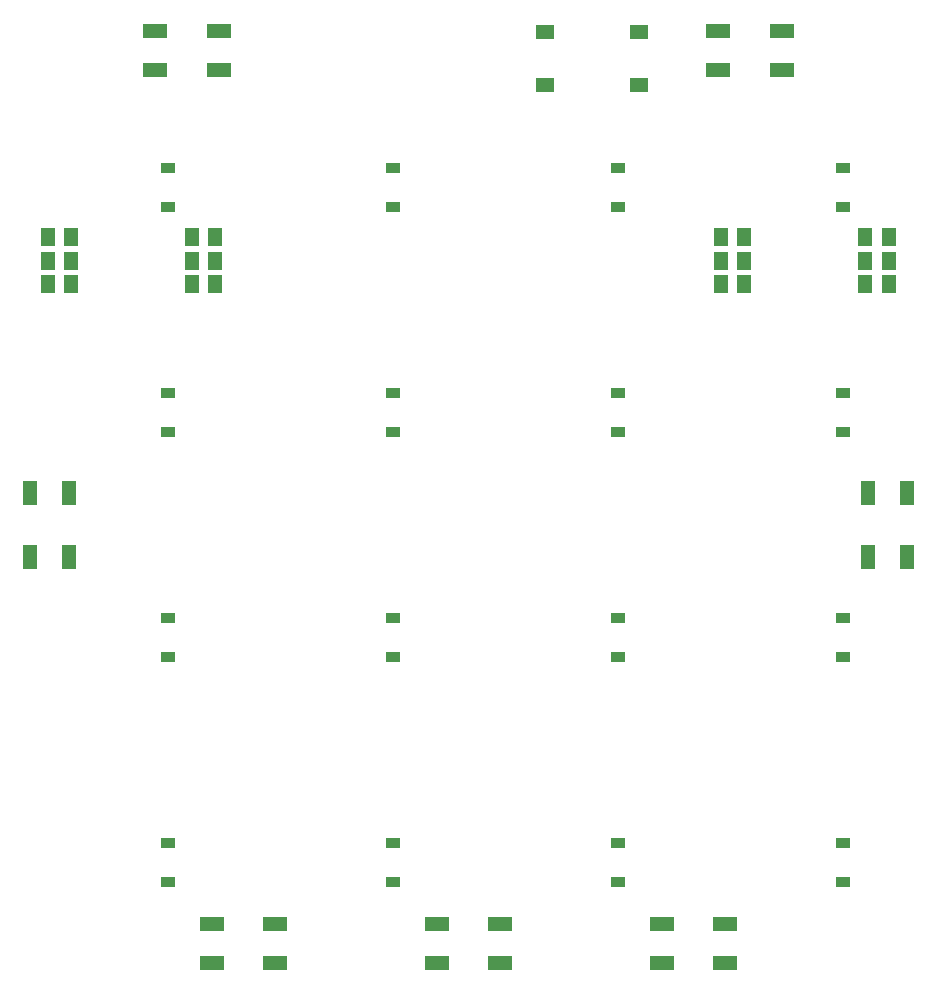
<source format=gbr>
G04 EAGLE Gerber RS-274X export*
G75*
%MOMM*%
%FSLAX34Y34*%
%LPD*%
%INSolderpaste Bottom*%
%IPPOS*%
%AMOC8*
5,1,8,0,0,1.08239X$1,22.5*%
G01*
%ADD10R,1.220000X0.910000*%
%ADD11R,1.300000X1.600000*%
%ADD12R,2.000000X1.250000*%
%ADD13R,1.250000X2.000000*%
%ADD14R,1.550000X1.300000*%


D10*
X222000Y745650D03*
X222000Y778350D03*
X412500Y745650D03*
X412500Y778350D03*
X603000Y745650D03*
X603000Y778350D03*
X793500Y745650D03*
X793500Y778350D03*
X222000Y555150D03*
X222000Y587850D03*
X412500Y555150D03*
X412500Y587850D03*
X603000Y555150D03*
X603000Y587850D03*
X793500Y555150D03*
X793500Y587850D03*
X222000Y364650D03*
X222000Y397350D03*
X412500Y364650D03*
X412500Y397350D03*
X603000Y364650D03*
X603000Y397350D03*
X793500Y364650D03*
X793500Y397350D03*
X222000Y174150D03*
X222000Y206850D03*
X412500Y174150D03*
X412500Y206850D03*
X603000Y174150D03*
X603000Y206850D03*
X793500Y174150D03*
X793500Y206850D03*
D11*
X262000Y720000D03*
X242000Y720000D03*
X262000Y700000D03*
X242000Y700000D03*
X120000Y720000D03*
X140000Y720000D03*
X120000Y700000D03*
X140000Y700000D03*
X262000Y680000D03*
X242000Y680000D03*
X120000Y680000D03*
X140000Y680000D03*
X812000Y720000D03*
X832000Y720000D03*
X812000Y700000D03*
X832000Y700000D03*
X710000Y720000D03*
X690000Y720000D03*
X710000Y700000D03*
X690000Y700000D03*
X812000Y680000D03*
X832000Y680000D03*
X710000Y680000D03*
X690000Y680000D03*
D12*
X211125Y861500D03*
X211125Y894500D03*
X265125Y861500D03*
X265125Y894500D03*
D13*
X137800Y449250D03*
X104800Y449250D03*
X137800Y503250D03*
X104800Y503250D03*
D12*
X312750Y138500D03*
X312750Y105500D03*
X258750Y138500D03*
X258750Y105500D03*
X503250Y138500D03*
X503250Y105500D03*
X449250Y138500D03*
X449250Y105500D03*
X693750Y138500D03*
X693750Y105500D03*
X639750Y138500D03*
X639750Y105500D03*
D13*
X814500Y503250D03*
X847500Y503250D03*
X814500Y449250D03*
X847500Y449250D03*
D12*
X687375Y861500D03*
X687375Y894500D03*
X741375Y861500D03*
X741375Y894500D03*
D14*
X620750Y893500D03*
X541250Y893500D03*
X620750Y848500D03*
X541250Y848500D03*
M02*

</source>
